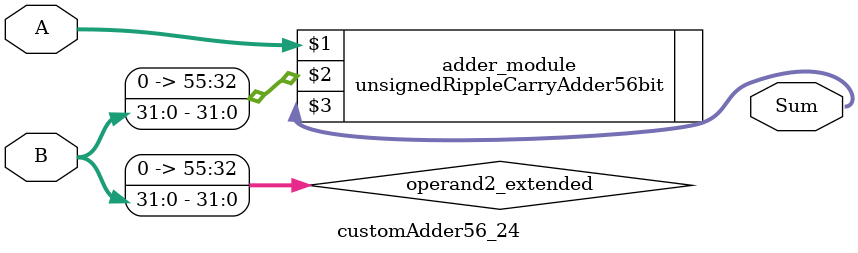
<source format=v>
module customAdder56_24(
                        input [55 : 0] A,
                        input [31 : 0] B,
                        
                        output [56 : 0] Sum
                );

        wire [55 : 0] operand2_extended;
        
        assign operand2_extended =  {24'b0, B};
        
        unsignedRippleCarryAdder56bit adder_module(
            A,
            operand2_extended,
            Sum
        );
        
        endmodule
        
</source>
